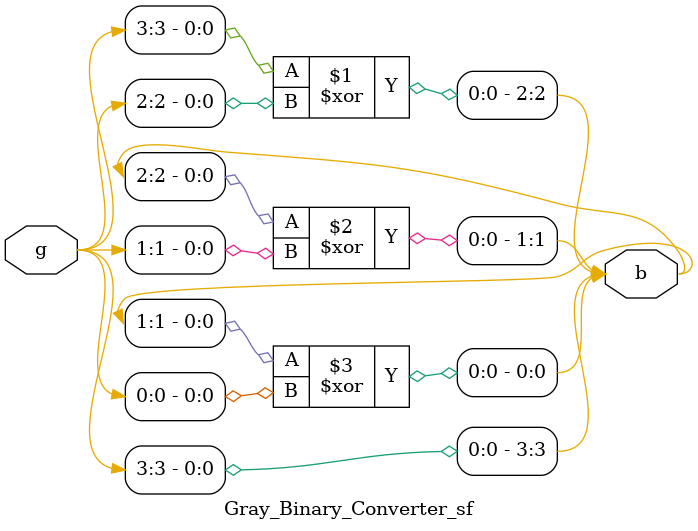
<source format=v>
`timescale 1ns / 1ps


module Gray_Binary_Converter_sf(b,g);
output [3:0]b;
input [3:0]g;

assign b[3] = g[3];
xor(b[2],b[3],g[2]);
xor(b[1],b[2],g[1]);
xor(b[0],b[1],g[0]);

endmodule

</source>
